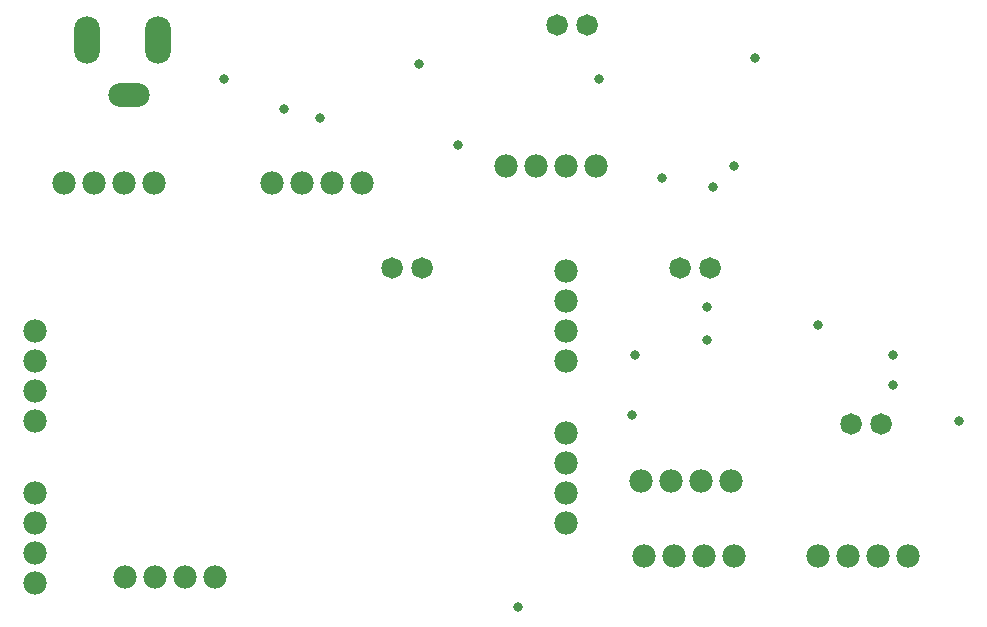
<source format=gbs>
G04*
G04 #@! TF.GenerationSoftware,Altium Limited,Altium Designer,21.8.1 (53)*
G04*
G04 Layer_Color=16711935*
%FSLAX25Y25*%
%MOIN*%
G70*
G04*
G04 #@! TF.SameCoordinates,EC8DCCC1-7592-430C-AF42-B363D8801F71*
G04*
G04*
G04 #@! TF.FilePolarity,Negative*
G04*
G01*
G75*
%ADD29C,0.00000*%
%ADD36C,0.07800*%
%ADD37C,0.07178*%
%ADD38O,0.13792X0.07887*%
%ADD39O,0.08674X0.15761*%
%ADD40C,0.03300*%
D29*
X203390Y200000D02*
G03*
X203390Y200000I-3390J0D01*
G01*
X193390D02*
G03*
X193390Y200000I-3390J0D01*
G01*
X148390Y119000D02*
G03*
X148390Y119000I-3390J0D01*
G01*
X138390D02*
G03*
X138390Y119000I-3390J0D01*
G01*
X234390D02*
G03*
X234390Y119000I-3390J0D01*
G01*
X244390D02*
G03*
X244390Y119000I-3390J0D01*
G01*
X301390Y67000D02*
G03*
X301390Y67000I-3390J0D01*
G01*
X291390D02*
G03*
X291390Y67000I-3390J0D01*
G01*
D36*
X16000Y88000D02*
D03*
Y98000D02*
D03*
Y68000D02*
D03*
Y78000D02*
D03*
X287000Y23000D02*
D03*
X277000D02*
D03*
X307000D02*
D03*
X297000D02*
D03*
X228000Y48000D02*
D03*
X218000D02*
D03*
X248000D02*
D03*
X238000D02*
D03*
X193000Y153000D02*
D03*
X203000D02*
D03*
X173000D02*
D03*
X183000D02*
D03*
X115000Y147500D02*
D03*
X125000D02*
D03*
X95000D02*
D03*
X105000D02*
D03*
X45500D02*
D03*
X55500D02*
D03*
X25500D02*
D03*
X35500D02*
D03*
X16000Y34000D02*
D03*
Y44000D02*
D03*
Y14000D02*
D03*
Y24000D02*
D03*
X193000Y108000D02*
D03*
Y118000D02*
D03*
Y88000D02*
D03*
Y98000D02*
D03*
X56000Y16000D02*
D03*
X46000D02*
D03*
X76000D02*
D03*
X66000D02*
D03*
X193000Y54000D02*
D03*
Y64000D02*
D03*
Y34000D02*
D03*
Y44000D02*
D03*
X229000Y23000D02*
D03*
X219000D02*
D03*
X249000D02*
D03*
X239000D02*
D03*
D37*
X200000Y200000D02*
D03*
X190000D02*
D03*
X145000Y119000D02*
D03*
X135000D02*
D03*
X231000D02*
D03*
X241000D02*
D03*
X298000Y67000D02*
D03*
X288000D02*
D03*
D38*
X47157Y176693D02*
D03*
D39*
X33378Y195000D02*
D03*
X57000D02*
D03*
D40*
X177000Y6000D02*
D03*
X240000Y95000D02*
D03*
Y106000D02*
D03*
X242000Y146000D02*
D03*
X249000Y153000D02*
D03*
X204000Y182000D02*
D03*
X215000Y70000D02*
D03*
X216000Y90000D02*
D03*
X277000Y100000D02*
D03*
X324000Y68000D02*
D03*
X302000Y80000D02*
D03*
Y90000D02*
D03*
X256000Y189000D02*
D03*
X225000Y149000D02*
D03*
X99000Y172000D02*
D03*
X157000Y160000D02*
D03*
X144000Y187000D02*
D03*
X111000Y169000D02*
D03*
X79000Y182000D02*
D03*
M02*

</source>
